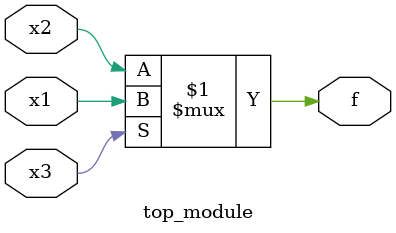
<source format=v>
module top_module( 
    input x3,
    input x2,
    input x1,  // three inputs
    output f   // one output
);
    assign f = (x3)? x1:x2;

endmodule

</source>
